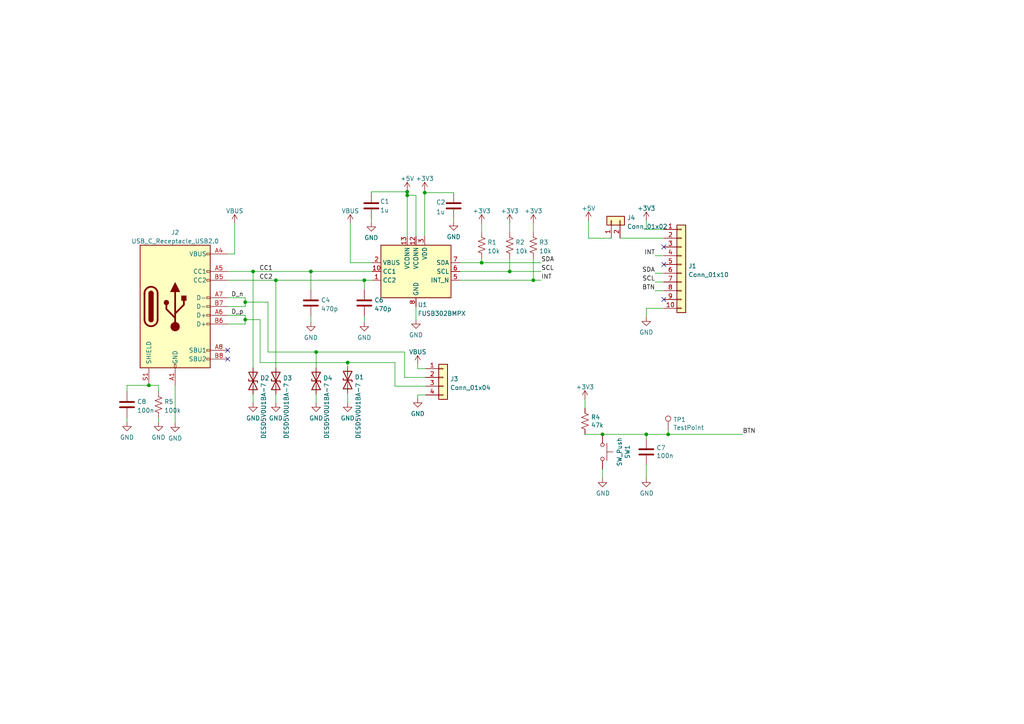
<source format=kicad_sch>
(kicad_sch (version 20211123) (generator eeschema)
  (paper "A4")
  (title_block (title "USBPD FUSB302 breakout board") (date "2022-09-17") (rev "V1.0") (company "Claude-David Gaudreault") (comment 1 "All rights reserved"))
  (lib_symbols
    (symbol "Connector:TestPoint" (pin_numbers hide) (pin_names (offset 0.762) hide)
      (property "Reference" "TP" (at 0 6.858 0))
      (property "Value" "TestPoint" (at 0 5.08 0))
      (symbol "TestPoint_0_1"
        (circle (center 0 3.302) (radius 0.762))
      )
      (symbol "TestPoint_1_1"
        (pin passive line (at 0 0 90) (length 2.54) (name "1") (number "1"))
      )
    )
    (symbol "Connector:USB_C_Receptacle_USB2.0" (pin_names (offset 1.016))
      (property "Reference" "J" (at -10.16 19.05 0))
      (property "Value" "USB_C_Receptacle_USB2.0" (at 19.05 19.05 0))
      (symbol "USB_C_Receptacle_USB2.0_0_0"
        (rectangle (start -0.254 -17.78) (end 0.254 -16.764))
        (rectangle (start 10.16 -14.986) (end 9.144 -15.494))
        (rectangle (start 10.16 -12.446) (end 9.144 -12.954))
        (rectangle (start 10.16 -4.826) (end 9.144 -5.334))
        (rectangle (start 10.16 -2.286) (end 9.144 -2.794))
        (rectangle (start 10.16 0.254) (end 9.144 -0.254))
        (rectangle (start 10.16 2.794) (end 9.144 2.286))
        (rectangle (start 10.16 7.874) (end 9.144 7.366))
        (rectangle (start 10.16 10.414) (end 9.144 9.906))
        (rectangle (start 10.16 15.494) (end 9.144 14.986))
      )
      (symbol "USB_C_Receptacle_USB2.0_0_1"
        (rectangle (start -10.16 17.78) (end 10.16 -17.78) (stroke (width 0.254)) (fill (type background)))
        (arc (start -8.89 -3.81) (mid -6.985 -5.715) (end -5.08 -3.81) (stroke (width 0.508)))
        (arc (start -7.62 -3.81) (mid -6.985 -4.445) (end -6.35 -3.81) (stroke (width 0.254)))
        (arc (start -7.62 -3.81) (mid -6.985 -4.445) (end -6.35 -3.81) (stroke (width 0.254)) (fill (type outline)))
        (rectangle (start -7.62 -3.81) (end -6.35 3.81) (stroke (width 0.254)) (fill (type outline)))
        (arc (start -6.35 3.81) (mid -6.985 4.445) (end -7.62 3.81) (stroke (width 0.254)))
        (arc (start -6.35 3.81) (mid -6.985 4.445) (end -7.62 3.81) (stroke (width 0.254)) (fill (type outline)))
        (arc (start -5.08 3.81) (mid -6.985 5.715) (end -8.89 3.81) (stroke (width 0.508)))
        (circle (center -2.54 1.143) (radius 0.635) (stroke (width 0.254)) (fill (type outline)))
        (circle (center 0 -5.842) (radius 1.27) (fill (type outline)))
        (polyline (pts (xy -8.89 -3.81) (xy -8.89 3.81)) (stroke (width 0.508)))
        (polyline (pts (xy -5.08 3.81) (xy -5.08 -3.81)) (stroke (width 0.508)))
        (polyline (pts (xy 0 -5.842) (xy 0 4.318)) (stroke (width 0.508)))
        (polyline (pts (xy 0 -3.302) (xy -2.54 -0.762) (xy -2.54 0.508)) (stroke (width 0.508)))
        (polyline (pts (xy 0 -2.032) (xy 2.54 0.508) (xy 2.54 1.778)) (stroke (width 0.508)))
        (polyline (pts (xy -1.27 4.318) (xy 0 6.858) (xy 1.27 4.318) (xy -1.27 4.318)) (stroke (width 0.254)) (fill (type outline)))
        (rectangle (start 1.905 1.778) (end 3.175 3.048) (stroke (width 0.254)) (fill (type outline)))
      )
      (symbol "USB_C_Receptacle_USB2.0_1_1"
        (pin passive line (at 0 -22.86 90) (length 5.08) (name "GND") (number "A1"))
        (pin passive line (at 0 -22.86 90) (length 5.08) hide (name "GND") (number "A12"))
        (pin passive line (at 15.24 15.24 180) (length 5.08) (name "VBUS") (number "A4"))
        (pin bidirectional line (at 15.24 10.16 180) (length 5.08) (name "CC1") (number "A5"))
        (pin bidirectional line (at 15.24 -2.54 180) (length 5.08) (name "D+") (number "A6"))
        (pin bidirectional line (at 15.24 2.54 180) (length 5.08) (name "D-") (number "A7"))
        (pin bidirectional line (at 15.24 -12.7 180) (length 5.08) (name "SBU1") (number "A8"))
        (pin passive line (at 15.24 15.24 180) (length 5.08) hide (name "VBUS") (number "A9"))
        (pin passive line (at 0 -22.86 90) (length 5.08) hide (name "GND") (number "B1"))
        (pin passive line (at 0 -22.86 90) (length 5.08) hide (name "GND") (number "B12"))
        (pin passive line (at 15.24 15.24 180) (length 5.08) hide (name "VBUS") (number "B4"))
        (pin bidirectional line (at 15.24 7.62 180) (length 5.08) (name "CC2") (number "B5"))
        (pin bidirectional line (at 15.24 -5.08 180) (length 5.08) (name "D+") (number "B6"))
        (pin bidirectional line (at 15.24 0 180) (length 5.08) (name "D-") (number "B7"))
        (pin bidirectional line (at 15.24 -15.24 180) (length 5.08) (name "SBU2") (number "B8"))
        (pin passive line (at 15.24 15.24 180) (length 5.08) hide (name "VBUS") (number "B9"))
        (pin passive line (at -7.62 -22.86 90) (length 5.08) (name "SHIELD") (number "S1"))
      )
    )
    (symbol "Connector_Generic:Conn_01x02" (pin_names (offset 1.016) hide)
      (property "Reference" "J" (at 0 2.54 0))
      (property "Value" "Conn_01x02" (at 0 -5.08 0))
      (symbol "Conn_01x02_1_1"
        (rectangle (start -1.27 -2.413) (end 0 -2.667) (stroke (width 0.1524)))
        (rectangle (start -1.27 0.127) (end 0 -0.127) (stroke (width 0.1524)))
        (rectangle (start -1.27 1.27) (end 1.27 -3.81) (stroke (width 0.254)) (fill (type background)))
        (pin passive line (at -5.08 0 0) (length 3.81) (name "Pin_1") (number "1"))
        (pin passive line (at -5.08 -2.54 0) (length 3.81) (name "Pin_2") (number "2"))
      )
    )
    (symbol "Connector_Generic:Conn_01x04" (pin_names (offset 1.016) hide)
      (property "Reference" "J" (at 0 5.08 0))
      (property "Value" "Conn_01x04" (at 0 -7.62 0))
      (symbol "Conn_01x04_1_1"
        (rectangle (start -1.27 -4.953) (end 0 -5.207) (stroke (width 0.1524)))
        (rectangle (start -1.27 -2.413) (end 0 -2.667) (stroke (width 0.1524)))
        (rectangle (start -1.27 0.127) (end 0 -0.127) (stroke (width 0.1524)))
        (rectangle (start -1.27 2.667) (end 0 2.413) (stroke (width 0.1524)))
        (rectangle (start -1.27 3.81) (end 1.27 -6.35) (stroke (width 0.254)) (fill (type background)))
        (pin passive line (at -5.08 2.54 0) (length 3.81) (name "Pin_1") (number "1"))
        (pin passive line (at -5.08 0 0) (length 3.81) (name "Pin_2") (number "2"))
        (pin passive line (at -5.08 -2.54 0) (length 3.81) (name "Pin_3") (number "3"))
        (pin passive line (at -5.08 -5.08 0) (length 3.81) (name "Pin_4") (number "4"))
      )
    )
    (symbol "Connector_Generic:Conn_01x10" (pin_names (offset 1.016) hide)
      (property "Reference" "J" (at 0 12.7 0))
      (property "Value" "Conn_01x10" (at 0 -15.24 0))
      (symbol "Conn_01x10_1_1"
        (rectangle (start -1.27 -12.573) (end 0 -12.827) (stroke (width 0.1524)))
        (rectangle (start -1.27 -10.033) (end 0 -10.287) (stroke (width 0.1524)))
        (rectangle (start -1.27 -7.493) (end 0 -7.747) (stroke (width 0.1524)))
        (rectangle (start -1.27 -4.953) (end 0 -5.207) (stroke (width 0.1524)))
        (rectangle (start -1.27 -2.413) (end 0 -2.667) (stroke (width 0.1524)))
        (rectangle (start -1.27 0.127) (end 0 -0.127) (stroke (width 0.1524)))
        (rectangle (start -1.27 2.667) (end 0 2.413) (stroke (width 0.1524)))
        (rectangle (start -1.27 5.207) (end 0 4.953) (stroke (width 0.1524)))
        (rectangle (start -1.27 7.747) (end 0 7.493) (stroke (width 0.1524)))
        (rectangle (start -1.27 10.287) (end 0 10.033) (stroke (width 0.1524)))
        (rectangle (start -1.27 11.43) (end 1.27 -13.97) (stroke (width 0.254)) (fill (type background)))
        (pin passive line (at -5.08 10.16 0) (length 3.81) (name "Pin_1") (number "1"))
        (pin passive line (at -5.08 -12.7 0) (length 3.81) (name "Pin_10") (number "10"))
        (pin passive line (at -5.08 7.62 0) (length 3.81) (name "Pin_2") (number "2"))
        (pin passive line (at -5.08 5.08 0) (length 3.81) (name "Pin_3") (number "3"))
        (pin passive line (at -5.08 2.54 0) (length 3.81) (name "Pin_4") (number "4"))
        (pin passive line (at -5.08 0 0) (length 3.81) (name "Pin_5") (number "5"))
        (pin passive line (at -5.08 -2.54 0) (length 3.81) (name "Pin_6") (number "6"))
        (pin passive line (at -5.08 -5.08 0) (length 3.81) (name "Pin_7") (number "7"))
        (pin passive line (at -5.08 -7.62 0) (length 3.81) (name "Pin_8") (number "8"))
        (pin passive line (at -5.08 -10.16 0) (length 3.81) (name "Pin_9") (number "9"))
      )
    )
    (symbol "Device:C" (pin_numbers hide) (pin_names (offset 0.254))
      (property "Reference" "C" (at 0.635 2.54 0))
      (property "Value" "C" (at 0.635 -2.54 0))
      (symbol "C_0_1"
        (polyline (pts (xy -2.032 -0.762) (xy 2.032 -0.762)) (stroke (width 0.508)))
        (polyline (pts (xy -2.032 0.762) (xy 2.032 0.762)) (stroke (width 0.508)))
      )
      (symbol "C_1_1"
        (pin passive line (at 0 3.81 270) (length 2.794) (name "~") (number "1"))
        (pin passive line (at 0 -3.81 90) (length 2.794) (name "~") (number "2"))
      )
    )
    (symbol "Device:D_TVS" (pin_numbers hide) (pin_names (offset 1.016) hide)
      (property "Reference" "D" (at 0 2.54 0))
      (property "Value" "D_TVS" (at 0 -2.54 0))
      (symbol "D_TVS_0_1"
        (polyline (pts (xy 1.27 0) (xy -1.27 0)))
        (polyline (pts (xy 0.508 1.27) (xy 0 1.27) (xy 0 -1.27) (xy -0.508 -1.27)) (stroke (width 0.254)))
        (polyline (pts (xy -2.54 1.27) (xy -2.54 -1.27) (xy 2.54 1.27) (xy 2.54 -1.27) (xy -2.54 1.27)) (stroke (width 0.254)))
      )
      (symbol "D_TVS_1_1"
        (pin passive line (at -3.81 0 0) (length 2.54) (name "A1") (number "1"))
        (pin passive line (at 3.81 0 180) (length 2.54) (name "A2") (number "2"))
      )
    )
    (symbol "Device:R_US" (pin_numbers hide) (pin_names (offset 0))
      (property "Reference" "R" (at 2.54 0 90))
      (property "Value" "R_US" (at -2.54 0 90))
      (symbol "R_US_0_1"
        (polyline (pts (xy 0 -2.286) (xy 0 -2.54)))
        (polyline (pts (xy 0 2.286) (xy 0 2.54)))
        (polyline (pts (xy 0 -0.762) (xy 1.016 -1.143) (xy 0 -1.524) (xy -1.016 -1.905) (xy 0 -2.286)))
        (polyline (pts (xy 0 0.762) (xy 1.016 0.381) (xy 0 0) (xy -1.016 -0.381) (xy 0 -0.762)))
        (polyline (pts (xy 0 2.286) (xy 1.016 1.905) (xy 0 1.524) (xy -1.016 1.143) (xy 0 0.762)))
      )
      (symbol "R_US_1_1"
        (pin passive line (at 0 3.81 270) (length 1.27) (name "~") (number "1"))
        (pin passive line (at 0 -3.81 90) (length 1.27) (name "~") (number "2"))
      )
    )
    (symbol "Interface_USB:FUSB302BMPX"
      (property "Reference" "U" (at -10.16 8.89 0))
      (property "Value" "FUSB302BMPX" (at 3.81 8.89 0))
      (symbol "FUSB302BMPX_0_1"
        (rectangle (start -10.16 7.62) (end 10.16 -7.62) (stroke (width 0.254)) (fill (type background)))
      )
      (symbol "FUSB302BMPX_1_1"
        (pin bidirectional line (at 12.7 -2.54 180) (length 2.54) (name "CC2") (number "1"))
        (pin bidirectional line (at 12.7 0 180) (length 2.54) (name "CC1") (number "10"))
        (pin bidirectional line (at 12.7 0 180) (length 2.54) hide (name "CC1") (number "11"))
        (pin power_in line (at 0 10.16 270) (length 2.54) (name "VCONN") (number "12"))
        (pin power_in line (at 2.54 10.16 270) (length 2.54) (name "VCONN") (number "13"))
        (pin bidirectional line (at 12.7 -2.54 180) (length 2.54) hide (name "CC2") (number "14"))
        (pin passive line (at 0 -10.16 90) (length 2.54) hide (name "GND") (number "15"))
        (pin input line (at 12.7 2.54 180) (length 2.54) (name "VBUS") (number "2"))
        (pin power_in line (at -2.54 10.16 270) (length 2.54) (name "VDD") (number "3"))
        (pin passive line (at -2.54 10.16 270) (length 2.54) hide (name "VDD") (number "4"))
        (pin open_collector line (at -12.7 -2.54 0) (length 2.54) (name "INT_N") (number "5"))
        (pin input line (at -12.7 0 0) (length 2.54) (name "SCL") (number "6"))
        (pin bidirectional line (at -12.7 2.54 0) (length 2.54) (name "SDA") (number "7"))
        (pin power_in line (at 0 -10.16 90) (length 2.54) (name "GND") (number "8"))
        (pin passive line (at 0 -10.16 90) (length 2.54) hide (name "GND") (number "9"))
      )
    )
    (symbol "Switch:SW_Push" (pin_numbers hide) (pin_names (offset 1.016) hide)
      (property "Reference" "SW" (at 1.27 2.54 0))
      (property "Value" "SW_Push" (at 0 -1.524 0))
      (symbol "SW_Push_0_1"
        (circle (center -2.032 0) (radius 0.508))
        (polyline (pts (xy 0 1.27) (xy 0 3.048)))
        (polyline (pts (xy 2.54 1.27) (xy -2.54 1.27)))
        (circle (center 2.032 0) (radius 0.508))
        (pin passive line (at -5.08 0 0) (length 2.54) (name "1") (number "1"))
        (pin passive line (at 5.08 0 180) (length 2.54) (name "2") (number "2"))
      )
    )
    (symbol "power:+3.3V" (power) (pin_names (offset 0))
      (property "Value" "+3.3V" (at 0 3.556 0))
      (symbol "+3.3V_0_1"
        (polyline (pts (xy -0.762 1.27) (xy 0 2.54)))
        (polyline (pts (xy 0 0) (xy 0 2.54)))
        (polyline (pts (xy 0 2.54) (xy 0.762 1.27)))
      )
      (symbol "+3.3V_1_1"
        (pin power_in line (at 0 0 90) (length 0) hide (name "+3V3") (number "1"))
      )
    )
    (symbol "power:+5V" (power) (pin_names (offset 0))
      (property "Value" "+5V" (at 0 3.556 0))
      (symbol "+5V_0_1"
        (polyline (pts (xy -0.762 1.27) (xy 0 2.54)))
        (polyline (pts (xy 0 0) (xy 0 2.54)))
        (polyline (pts (xy 0 2.54) (xy 0.762 1.27)))
      )
      (symbol "+5V_1_1"
        (pin power_in line (at 0 0 90) (length 0) hide (name "+5V") (number "1"))
      )
    )
    (symbol "power:GND" (power) (pin_names (offset 0))
      (property "Value" "GND" (at 0 -3.81 0))
      (symbol "GND_0_1"
        (polyline (pts (xy 0 0) (xy 0 -1.27) (xy 1.27 -1.27) (xy 0 -2.54) (xy -1.27 -1.27) (xy 0 -1.27)))
      )
      (symbol "GND_1_1"
        (pin power_in line (at 0 0 270) (length 0) hide (name "GND") (number "1"))
      )
    )
    (symbol "power:VBUS" (power) (pin_names (offset 0))
      (property "Value" "VBUS" (at 0 3.81 0))
      (symbol "VBUS_0_1"
        (polyline (pts (xy -0.762 1.27) (xy 0 2.54)))
        (polyline (pts (xy 0 0) (xy 0 2.54)))
        (polyline (pts (xy 0 2.54) (xy 0.762 1.27)))
      )
      (symbol "VBUS_1_1"
        (pin power_in line (at 0 0 90) (length 0) hide (name "VBUS") (number "1"))
      )
    )
  )
  (junction (at 90.17 78.74))
  (junction (at 139.7 76.2))
  (junction (at 71.12 87.63))
  (junction (at 118.11 56.642))
  (junction (at 71.12 92.71))
  (junction (at 73.406 78.74))
  (junction (at 193.802 125.984))
  (junction (at 43.18 111.76))
  (junction (at 154.686 81.28))
  (junction (at 174.752 125.984))
  (junction (at 80.01 81.28))
  (junction (at 105.664 81.28))
  (junction (at 91.694 102.108))
  (junction (at 147.828 78.74))
  (junction (at 100.838 105.156))
  (junction (at 123.19 55.88))
  (junction (at 118.11 55.626))
  (junction (at 187.452 125.984))
  (no_connect (at 192.532 86.868))
  (no_connect (at 192.532 76.708))
  (no_connect (at 192.532 71.628))
  (no_connect (at 66.04 101.6))
  (no_connect (at 66.04 104.14))
  (wire (pts (xy 66.04 73.66) (xy 68.072 73.66)))
  (wire (pts (xy 133.35 76.2) (xy 139.7 76.2)))
  (wire (pts (xy 117.348 102.108) (xy 117.348 109.474)))
  (wire (pts (xy 187.452 134.874) (xy 187.452 138.684)))
  (wire (pts (xy 187.452 66.548) (xy 187.452 64.008)))
  (wire (pts (xy 43.18 111.76) (xy 36.83 111.76)))
  (wire (pts (xy 187.452 125.984) (xy 187.452 127.254)))
  (wire (pts (xy 189.992 81.788) (xy 192.532 81.788)))
  (wire (pts (xy 147.828 64.77) (xy 147.828 67.31)))
  (wire (pts (xy 177.292 69.088) (xy 170.688 69.088)))
  (wire (pts (xy 71.12 92.71) (xy 75.438 92.71)))
  (wire (pts (xy 187.452 125.984) (xy 193.802 125.984)))
  (wire (pts (xy 139.7 74.93) (xy 139.7 76.2)))
  (wire (pts (xy 193.802 125.984) (xy 215.392 125.984)))
  (wire (pts (xy 139.7 76.2) (xy 156.972 76.2)))
  (wire (pts (xy 193.802 125.984) (xy 193.802 124.714)))
  (wire (pts (xy 114.554 112.014) (xy 123.444 112.014)))
  (wire (pts (xy 154.686 74.93) (xy 154.686 81.28)))
  (wire (pts (xy 174.752 125.984) (xy 187.452 125.984)))
  (wire (pts (xy 77.724 87.63) (xy 77.724 102.108)))
  (wire (pts (xy 147.828 78.74) (xy 156.972 78.74)))
  (wire (pts (xy 154.686 81.28) (xy 156.972 81.28)))
  (wire (pts (xy 114.554 105.156) (xy 114.554 112.014)))
  (wire (pts (xy 118.11 55.626) (xy 118.11 56.642)))
  (wire (pts (xy 71.12 91.44) (xy 71.12 92.71)))
  (wire (pts (xy 90.17 78.74) (xy 90.17 84.074)))
  (wire (pts (xy 169.672 115.824) (xy 169.672 118.364)))
  (wire (pts (xy 107.95 78.74) (xy 90.17 78.74)))
  (wire (pts (xy 192.532 66.548) (xy 187.452 66.548)))
  (wire (pts (xy 100.838 105.156) (xy 100.838 106.426)))
  (wire (pts (xy 71.12 87.63) (xy 71.12 88.9)))
  (wire (pts (xy 117.348 109.474) (xy 123.444 109.474)))
  (wire (pts (xy 189.992 79.248) (xy 192.532 79.248)))
  (wire (pts (xy 147.828 74.93) (xy 147.828 78.74)))
  (wire (pts (xy 107.95 76.2) (xy 101.6 76.2)))
  (wire (pts (xy 80.01 81.28) (xy 105.664 81.28)))
  (wire (pts (xy 107.696 63.5) (xy 107.696 64.516)))
  (wire (pts (xy 45.974 111.76) (xy 45.974 113.538)))
  (wire (pts (xy 133.35 81.28) (xy 154.686 81.28)))
  (wire (pts (xy 36.83 121.158) (xy 36.83 122.428)))
  (wire (pts (xy 66.04 93.98) (xy 71.12 93.98)))
  (wire (pts (xy 91.694 106.68) (xy 91.694 102.108)))
  (wire (pts (xy 118.11 56.642) (xy 118.11 68.58)))
  (wire (pts (xy 105.664 81.28) (xy 107.95 81.28)))
  (wire (pts (xy 80.01 114.3) (xy 80.01 116.84)))
  (wire (pts (xy 36.83 111.76) (xy 36.83 113.538)))
  (wire (pts (xy 50.8 122.682) (xy 50.8 111.76)))
  (wire (pts (xy 121.158 115.57) (xy 121.158 114.554)))
  (wire (pts (xy 90.17 91.694) (xy 90.17 93.472)))
  (wire (pts (xy 118.11 55.626) (xy 107.696 55.626)))
  (wire (pts (xy 154.686 64.77) (xy 154.686 67.31)))
  (wire (pts (xy 66.04 81.28) (xy 80.01 81.28)))
  (wire (pts (xy 169.672 125.984) (xy 174.752 125.984)))
  (wire (pts (xy 43.18 111.76) (xy 45.974 111.76)))
  (wire (pts (xy 73.406 114.3) (xy 73.406 116.84)))
  (wire (pts (xy 192.532 89.408) (xy 187.452 89.408)))
  (wire (pts (xy 101.6 64.77) (xy 101.6 76.2)))
  (wire (pts (xy 133.35 78.74) (xy 147.828 78.74)))
  (wire (pts (xy 71.12 87.63) (xy 77.724 87.63)))
  (wire (pts (xy 107.696 55.626) (xy 107.696 55.88)))
  (wire (pts (xy 91.694 102.108) (xy 117.348 102.108)))
  (wire (pts (xy 189.992 84.328) (xy 192.532 84.328)))
  (wire (pts (xy 71.12 86.36) (xy 71.12 87.63)))
  (wire (pts (xy 123.444 106.934) (xy 121.158 106.934)))
  (wire (pts (xy 123.19 55.372) (xy 123.19 55.88)))
  (wire (pts (xy 120.65 56.642) (xy 120.65 68.58)))
  (wire (pts (xy 139.7 64.77) (xy 139.7 67.31)))
  (wire (pts (xy 170.688 64.008) (xy 170.688 69.088)))
  (wire (pts (xy 189.992 74.168) (xy 192.532 74.168)))
  (wire (pts (xy 118.11 56.642) (xy 120.65 56.642)))
  (wire (pts (xy 73.406 78.74) (xy 73.406 106.68)))
  (wire (pts (xy 120.65 92.71) (xy 120.65 88.9)))
  (wire (pts (xy 131.572 63.5) (xy 131.572 64.262)))
  (wire (pts (xy 45.974 121.158) (xy 45.974 122.428)))
  (wire (pts (xy 80.01 106.68) (xy 80.01 81.28)))
  (wire (pts (xy 75.438 105.156) (xy 100.838 105.156)))
  (wire (pts (xy 66.04 91.44) (xy 71.12 91.44)))
  (wire (pts (xy 66.04 86.36) (xy 71.12 86.36)))
  (wire (pts (xy 73.406 78.74) (xy 66.04 78.74)))
  (wire (pts (xy 105.664 81.28) (xy 105.664 84.074)))
  (wire (pts (xy 121.158 106.934) (xy 121.158 105.664)))
  (wire (pts (xy 174.752 136.144) (xy 174.752 138.684)))
  (wire (pts (xy 71.12 92.71) (xy 71.12 93.98)))
  (wire (pts (xy 123.19 55.88) (xy 123.19 68.58)))
  (wire (pts (xy 71.12 88.9) (xy 66.04 88.9)))
  (wire (pts (xy 91.694 114.3) (xy 91.694 116.84)))
  (wire (pts (xy 77.724 102.108) (xy 91.694 102.108)))
  (wire (pts (xy 187.452 89.408) (xy 187.452 91.948)))
  (wire (pts (xy 68.072 64.77) (xy 68.072 73.66)))
  (wire (pts (xy 123.19 55.88) (xy 131.572 55.88)))
  (wire (pts (xy 100.838 114.046) (xy 100.838 116.84)))
  (wire (pts (xy 73.406 78.74) (xy 90.17 78.74)))
  (wire (pts (xy 105.664 91.694) (xy 105.664 93.472)))
  (wire (pts (xy 100.838 105.156) (xy 114.554 105.156)))
  (wire (pts (xy 75.438 92.71) (xy 75.438 105.156)))
  (wire (pts (xy 121.158 114.554) (xy 123.444 114.554)))
  (wire (pts (xy 118.11 55.372) (xy 118.11 55.626)))
  (wire (pts (xy 179.832 69.088) (xy 192.532 69.088)))
  (label "CC1" (at 75.184 78.74 0))
  (label "CC2" (at 75.184 81.28 0))
  (label "SCL" (at 156.972 78.74 0))
  (label "BTN" (at 189.992 84.328 180))
  (label "SDA" (at 156.972 76.2 0))
  (label "D_p" (at 67.056 91.44 0))
  (label "INT" (at 156.972 81.28 0))
  (label "SDA" (at 189.992 79.248 180))
  (label "INT" (at 189.992 74.168 180))
  (label "D_n" (at 67.056 86.36 0))
  (label "SCL" (at 189.992 81.788 180))
  (label "BTN" (at 215.392 125.984 0))
  (symbol (lib_id "power:GND") (at 80.01 116.84 0) (unit 1)
    (property "Reference" "#PWR022" (effects hide))
    (property "Value" "GND" (at 80.01 121.2834 0))
  )
  (symbol (lib_id "Device:R_US") (at 154.686 71.12 0) (unit 1)
    (property "Reference" "R3" (at 156.337 70.2853 0) (effects (justify left)))
    (property "Value" "10k" (at 156.337 72.8222 0) (effects (justify left)))
    (property "Footprint" "Resistor_SMD:R_0603_1608Metric" (effects hide))
  )
  (symbol (lib_id "Device:R_US") (at 45.974 117.348 0) (unit 1)
    (property "Reference" "R5" (at 47.625 116.5133 0) (effects (justify left)))
    (property "Value" "100k" (at 47.625 119.0502 0) (effects (justify left)))
    (property "Footprint" "Resistor_SMD:R_0603_1608Metric" (effects hide))
  )
  (symbol (lib_id "Device:C") (at 131.572 59.69 0) (unit 1)
    (property "Reference" "C2" (at 126.492 58.674 0) (effects (justify left)))
    (property "Value" "1u" (at 126.492 61.468 0) (effects (justify left)))
    (property "Footprint" "Capacitor_SMD:C_0603_1608Metric" (effects hide))
  )
  (symbol (lib_id "power:GND") (at 90.17 93.472 0) (unit 1)
    (property "Reference" "#PWR015" (effects hide))
    (property "Value" "GND" (at 90.17 97.9154 0))
  )
  (symbol (lib_id "power:GND") (at 120.65 92.71 0) (unit 1)
    (property "Reference" "#PWR012" (effects hide))
    (property "Value" "GND" (at 120.65 97.1534 0))
  )
  (symbol (lib_id "Device:C") (at 187.452 131.064 0) (unit 1)
    (property "Reference" "C7" (at 190.373 129.8956 0) (effects (justify left)))
    (property "Value" "100n" (at 190.373 132.207 0) (effects (justify left)))
    (property "Footprint" "Capacitor_SMD:C_0603_1608Metric" (effects hide))
  )
  (symbol (lib_id "Device:R_US") (at 139.7 71.12 0) (unit 1)
    (property "Reference" "R1" (at 141.351 70.2853 0) (effects (justify left)))
    (property "Value" "10k" (at 141.351 72.8222 0) (effects (justify left)))
    (property "Footprint" "Resistor_SMD:R_0603_1608Metric" (effects hide))
  )
  (symbol (lib_id "power:+3.3V") (at 169.672 115.824 0) (unit 1)
    (property "Reference" "#PWR0101" (effects hide))
    (property "Value" "+3.3V" (at 169.672 112.2482 0))
  )
  (symbol (lib_id "Device:C") (at 90.17 87.884 0) (unit 1)
    (property "Reference" "C4" (at 93.091 87.0493 0) (effects (justify left)))
    (property "Value" "470p" (at 93.091 89.5862 0) (effects (justify left)))
    (property "Footprint" "Capacitor_SMD:C_0603_1608Metric" (effects hide))
  )
  (symbol (lib_id "Device:C") (at 107.696 59.69 0) (unit 1)
    (property "Reference" "C1" (at 110.236 58.4231 0) (effects (justify left)))
    (property "Value" "1u" (at 110.236 60.96 0) (effects (justify left)))
    (property "Footprint" "Capacitor_SMD:C_0603_1608Metric" (effects hide))
  )
  (symbol (lib_id "power:GND") (at 121.158 115.57 0) (unit 1)
    (property "Reference" "#PWR020" (effects hide))
    (property "Value" "GND" (at 121.158 120.0134 0))
  )
  (symbol (lib_id "power:GND") (at 91.694 116.84 0) (unit 1)
    (property "Reference" "#PWR023" (effects hide))
    (property "Value" "GND" (at 91.694 121.2834 0))
  )
  (symbol (lib_id "Connector_Generic:Conn_01x10") (at 197.612 76.708 0) (unit 1)
    (property "Reference" "J1" (at 199.644 77.1433 0) (effects (justify left)))
    (property "Value" "Conn_01x10" (at 199.644 79.6802 0) (effects (justify left)))
    (property "Footprint" "Connector_PinHeader_2.54mm:PinHeader_1x10_P2.54mm_Vertical" (effects hide))
  )
  (symbol (lib_id "Device:R_US") (at 169.672 122.174 0) (unit 1)
    (property "Reference" "R4" (at 171.3992 121.0056 0) (effects (justify left)))
    (property "Value" "47k" (at 171.3992 123.317 0) (effects (justify left)))
    (property "Footprint" "Resistor_SMD:R_0603_1608Metric" (effects hide))
  )
  (symbol (lib_id "power:GND") (at 45.974 122.428 0) (unit 1)
    (property "Reference" "#PWR0105" (effects hide))
    (property "Value" "GND" (at 45.974 126.8714 0))
  )
  (symbol (lib_id "power:GND") (at 50.8 122.682 0) (unit 1)
    (property "Reference" "#PWR019" (effects hide))
    (property "Value" "GND" (at 50.8 127.1254 0))
  )
  (symbol (lib_id "power:GND") (at 36.83 122.428 0) (unit 1)
    (property "Reference" "#PWR0104" (effects hide))
    (property "Value" "GND" (at 36.83 126.8714 0))
  )
  (symbol (lib_id "Switch:SW_Push") (at 174.752 131.064 270) (unit 1)
    (property "Reference" "SW1" (at 181.991 131.064 0))
    (property "Value" "SW_Push" (at 179.6796 131.064 0))
    (property "Footprint" "Button_Switch_SMD:SW_SPST_TL3342" (effects hide))
  )
  (symbol (lib_id "Device:D_TVS") (at 73.406 110.49 90) (unit 1)
    (property "Reference" "D2" (at 75.438 109.6553 90) (effects (justify right)))
    (property "Value" "DESD5V0U1BA-7" (at 76.454 110.998 0) (effects (justify right)))
    (property "Footprint" "Diode_SMD:D_SOD-323" (effects hide))
  )
  (symbol (lib_id "power:VBUS") (at 101.6 64.77 0) (unit 1)
    (property "Reference" "#PWR06" (effects hide))
    (property "Value" "VBUS" (at 101.6 61.1942 0))
  )
  (symbol (lib_id "Connector_Generic:Conn_01x04") (at 128.524 109.474 0) (unit 1)
    (property "Reference" "J3" (at 130.556 109.9093 0) (effects (justify left)))
    (property "Value" "Conn_01x04" (at 130.556 112.4462 0) (effects (justify left)))
    (property "Footprint" "Connector_PinHeader_2.54mm:PinHeader_1x04_P2.54mm_Vertical" (effects hide))
  )
  (symbol (lib_id "power:GND") (at 187.452 91.948 0) (unit 1)
    (property "Reference" "#PWR013" (effects hide))
    (property "Value" "GND" (at 187.452 96.3914 0))
  )
  (symbol (lib_id "power:GND") (at 73.406 116.84 0) (unit 1)
    (property "Reference" "#PWR021" (effects hide))
    (property "Value" "GND" (at 73.406 121.2834 0))
  )
  (symbol (lib_id "Interface_USB:FUSB302BMPX") (at 120.65 78.74 0) (mirror y) (unit 1)
    (property "Reference" "U1" (at 121.1706 88.3904 0) (effects (justify right)))
    (property "Value" "FUSB302BMPX" (at 121.1706 90.9273 0) (effects (justify right)))
    (property "Footprint" "Package_DFN_QFN:WQFN-14-1EP_2.5x2.5mm_P0.5mm_EP1.45x1.45mm" (effects hide))
    (property "Datasheet" "http://www.onsemi.com/pub/Collateral/FUSB302B-D.PDF" (effects hide))
  )
  (symbol (lib_id "power:GND") (at 105.664 93.472 0) (unit 1)
    (property "Reference" "#PWR017" (effects hide))
    (property "Value" "GND" (at 105.664 97.9154 0))
  )
  (symbol (lib_id "power:GND") (at 107.696 64.516 0) (unit 1)
    (property "Reference" "#PWR04" (effects hide))
    (property "Value" "GND" (at 107.696 68.9594 0))
  )
  (symbol (lib_id "power:GND") (at 131.572 64.262 0) (unit 1)
    (property "Reference" "#PWR03" (effects hide))
    (property "Value" "GND" (at 131.572 68.7054 0))
  )
  (symbol (lib_id "power:GND") (at 187.452 138.684 0) (unit 1)
    (property "Reference" "#PWR0103" (effects hide))
    (property "Value" "GND" (at 187.579 143.0782 0))
  )
  (symbol (lib_id "power:+3.3V") (at 147.828 64.77 0) (unit 1)
    (property "Reference" "#PWR08" (effects hide))
    (property "Value" "+3.3V" (at 147.828 61.1942 0))
  )
  (symbol (lib_id "power:GND") (at 100.838 116.84 0) (unit 1)
    (property "Reference" "#PWR024" (effects hide))
    (property "Value" "GND" (at 100.838 121.2834 0))
  )
  (symbol (lib_id "Device:D_TVS") (at 91.694 110.49 90) (unit 1)
    (property "Reference" "D4" (at 93.726 109.6553 90) (effects (justify right)))
    (property "Value" "DESD5V0U1BA-7" (at 94.742 110.998 0) (effects (justify right)))
    (property "Footprint" "Diode_SMD:D_SOD-323" (effects hide))
  )
  (symbol (lib_id "power:+3.3V") (at 154.686 64.77 0) (unit 1)
    (property "Reference" "#PWR09" (effects hide))
    (property "Value" "+3.3V" (at 154.686 61.1942 0))
  )
  (symbol (lib_id "power:+3.3V") (at 123.19 55.372 0) (unit 1)
    (property "Reference" "#PWR02" (effects hide))
    (property "Value" "+3.3V" (at 123.19 51.7962 0))
  )
  (symbol (lib_id "power:VBUS") (at 68.072 64.77 0) (unit 1)
    (property "Reference" "#PWR05" (effects hide))
    (property "Value" "VBUS" (at 68.072 61.1942 0))
  )
  (symbol (lib_id "Device:C") (at 36.83 117.348 0) (unit 1)
    (property "Reference" "C8" (at 39.751 116.5133 0) (effects (justify left)))
    (property "Value" "100n" (at 39.751 119.0502 0) (effects (justify left)))
    (property "Footprint" "Capacitor_SMD:C_0603_1608Metric" (effects hide))
  )
  (symbol (lib_id "Connector_Generic:Conn_01x02") (at 177.292 64.008 90) (unit 1)
    (property "Reference" "J4" (at 181.864 63.1733 90) (effects (justify right)))
    (property "Value" "Conn_01x02" (at 181.864 65.7102 90) (effects (justify right)))
    (property "Footprint" "Connector_PinHeader_2.54mm:PinHeader_1x02_P2.54mm_Vertical" (effects hide))
  )
  (symbol (lib_id "Connector:USB_C_Receptacle_USB2.0") (at 50.8 88.9 0) (unit 1)
    (property "Reference" "J2" (at 50.8 67.4202 0))
    (property "Value" "USB_C_Receptacle_USB2.0" (at 50.8 69.9571 0))
    (property "Footprint" "Connector_USB:USB_C_Receptacle_GCT_USB4085" (effects hide))
    (property "Datasheet" "https://www.usb.org/sites/default/files/documents/usb_type-c.zip" (effects hide))
  )
  (symbol (lib_id "power:+3.3V") (at 187.452 64.008 0) (unit 1)
    (property "Reference" "#PWR011" (effects hide))
    (property "Value" "+3.3V" (at 187.452 60.4322 0))
  )
  (symbol (lib_id "Device:C") (at 105.664 87.884 0) (unit 1)
    (property "Reference" "C6" (at 108.585 87.0493 0) (effects (justify left)))
    (property "Value" "470p" (at 108.585 89.5862 0) (effects (justify left)))
    (property "Footprint" "Capacitor_SMD:C_0603_1608Metric" (effects hide))
  )
  (symbol (lib_id "power:VBUS") (at 121.158 105.664 0) (unit 1)
    (property "Reference" "#PWR018" (effects hide))
    (property "Value" "VBUS" (at 121.158 102.0882 0))
  )
  (symbol (lib_id "power:GND") (at 174.752 138.684 0) (unit 1)
    (property "Reference" "#PWR0102" (effects hide))
    (property "Value" "GND" (at 174.879 143.0782 0))
  )
  (symbol (lib_id "power:+3.3V") (at 139.7 64.77 0) (unit 1)
    (property "Reference" "#PWR07" (effects hide))
    (property "Value" "+3.3V" (at 139.7 61.1942 0))
  )
  (symbol (lib_id "Connector:TestPoint") (at 193.802 124.714 0) (unit 1)
    (property "Reference" "TP1" (at 195.2752 121.7168 0) (effects (justify left)))
    (property "Value" "TestPoint" (at 195.2752 124.0282 0) (effects (justify left)))
    (property "Footprint" "TestPoint:TestPoint_Pad_1.0x1.0mm" (effects hide))
  )
  (symbol (lib_id "power:+5V") (at 118.11 55.372 0) (unit 1)
    (property "Reference" "#PWR01" (effects hide))
    (property "Value" "+5V" (at 118.11 51.7962 0))
  )
  (symbol (lib_id "Device:D_TVS") (at 80.01 110.49 90) (unit 1)
    (property "Reference" "D3" (at 82.042 109.6553 90) (effects (justify right)))
    (property "Value" "DESD5V0U1BA-7" (at 83.058 110.998 0) (effects (justify right)))
    (property "Footprint" "Diode_SMD:D_SOD-323" (effects hide))
  )
  (symbol (lib_id "Device:D_TVS") (at 100.838 110.236 90) (unit 1)
    (property "Reference" "D1" (at 102.87 109.4013 90) (effects (justify right)))
    (property "Value" "DESD5V0U1BA-7" (at 103.886 110.998 0) (effects (justify right)))
    (property "Footprint" "Diode_SMD:D_SOD-323" (effects hide))
  )
  (symbol (lib_id "power:+5V") (at 170.688 64.008 0) (unit 1)
    (property "Reference" "#PWR010" (effects hide))
    (property "Value" "+5V" (at 170.688 60.4322 0))
  )
  (symbol (lib_id "Device:R_US") (at 147.828 71.12 0) (unit 1)
    (property "Reference" "R2" (at 149.479 70.2853 0) (effects (justify left)))
    (property "Value" "10k" (at 149.479 72.8222 0) (effects (justify left)))
    (property "Footprint" "Resistor_SMD:R_0603_1608Metric" (effects hide))
  )
)
</source>
